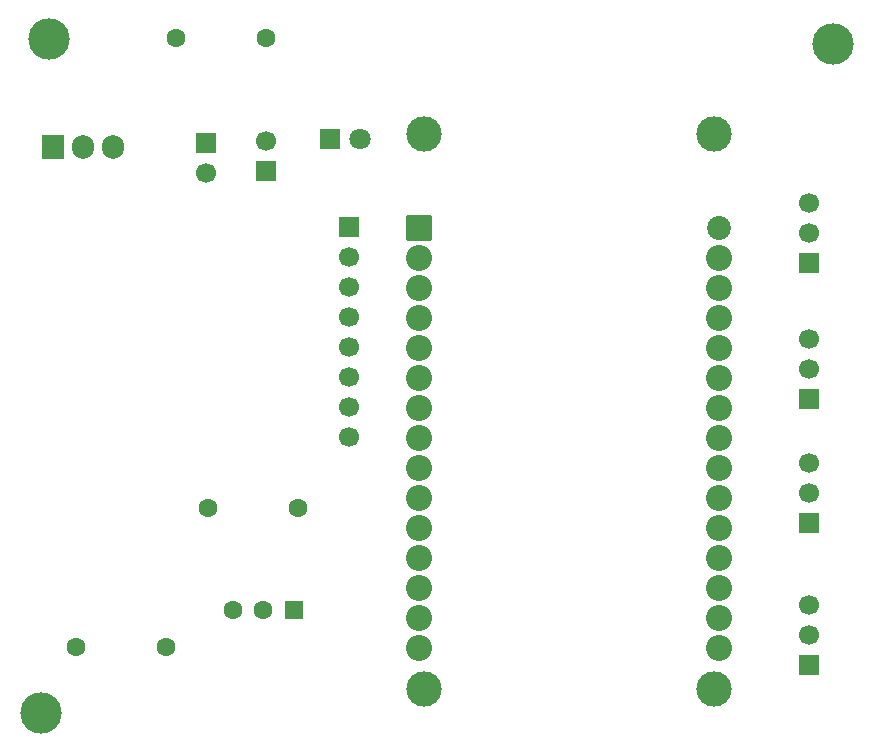
<source format=gbr>
%TF.GenerationSoftware,KiCad,Pcbnew,9.0.3*%
%TF.CreationDate,2025-07-22T12:58:59-05:00*%
%TF.ProjectId,altlas2.0,616c746c-6173-4322-9e30-2e6b69636164,rev?*%
%TF.SameCoordinates,Original*%
%TF.FileFunction,Soldermask,Top*%
%TF.FilePolarity,Negative*%
%FSLAX46Y46*%
G04 Gerber Fmt 4.6, Leading zero omitted, Abs format (unit mm)*
G04 Created by KiCad (PCBNEW 9.0.3) date 2025-07-22 12:58:59*
%MOMM*%
%LPD*%
G01*
G04 APERTURE LIST*
G04 Aperture macros list*
%AMRoundRect*
0 Rectangle with rounded corners*
0 $1 Rounding radius*
0 $2 $3 $4 $5 $6 $7 $8 $9 X,Y pos of 4 corners*
0 Add a 4 corners polygon primitive as box body*
4,1,4,$2,$3,$4,$5,$6,$7,$8,$9,$2,$3,0*
0 Add four circle primitives for the rounded corners*
1,1,$1+$1,$2,$3*
1,1,$1+$1,$4,$5*
1,1,$1+$1,$6,$7*
1,1,$1+$1,$8,$9*
0 Add four rect primitives between the rounded corners*
20,1,$1+$1,$2,$3,$4,$5,0*
20,1,$1+$1,$4,$5,$6,$7,0*
20,1,$1+$1,$6,$7,$8,$9,0*
20,1,$1+$1,$8,$9,$2,$3,0*%
G04 Aperture macros list end*
%ADD10R,1.700000X1.700000*%
%ADD11C,1.700000*%
%ADD12C,3.500000*%
%ADD13R,1.905000X2.000000*%
%ADD14O,1.905000X2.000000*%
%ADD15C,1.600000*%
%ADD16RoundRect,0.102000X0.700000X0.700000X-0.700000X0.700000X-0.700000X-0.700000X0.700000X-0.700000X0*%
%ADD17C,1.604000*%
%ADD18C,3.000000*%
%ADD19RoundRect,0.102000X-1.000000X-1.000000X1.000000X-1.000000X1.000000X1.000000X-1.000000X1.000000X0*%
%ADD20C,2.204000*%
%ADD21C,2.020000*%
%ADD22R,1.800000X1.800000*%
%ADD23C,1.800000*%
G04 APERTURE END LIST*
D10*
%TO.C,BOM*%
X105470000Y-61330000D03*
D11*
X105470000Y-63870000D03*
%TD*%
D12*
%TO.C,REF\u002A\u002A*%
X158500000Y-52950000D03*
%TD*%
D10*
%TO.C,ESC3*%
X156500000Y-93540000D03*
D11*
X156500000Y-91000000D03*
X156500000Y-88460000D03*
%TD*%
D13*
%TO.C,MOSF*%
X92440000Y-61700000D03*
D14*
X94980000Y-61700000D03*
X97520000Y-61700000D03*
%TD*%
D10*
%TO.C,ESC2*%
X156500000Y-83040000D03*
D11*
X156500000Y-80500000D03*
X156500000Y-77960000D03*
%TD*%
D15*
%TO.C,R2*%
X102000000Y-104000000D03*
X94380000Y-104000000D03*
%TD*%
%TO.C,R1*%
X102880000Y-52500000D03*
X110500000Y-52500000D03*
%TD*%
D16*
%TO.C,TRANS*%
X112894500Y-100894500D03*
D17*
X110294500Y-100894500D03*
X107694500Y-100894500D03*
%TD*%
D18*
%TO.C,ESP32*%
X123905000Y-60630000D03*
X123905000Y-107580000D03*
X148415000Y-60630000D03*
X148415000Y-107580000D03*
D19*
X123485000Y-68590000D03*
D20*
X123485000Y-71130000D03*
X123485000Y-73670000D03*
X123485000Y-76210000D03*
X123485000Y-78750000D03*
X123485000Y-81290000D03*
X123485000Y-83830000D03*
X123485000Y-86370000D03*
X123485000Y-88910000D03*
X123485000Y-91450000D03*
X123485000Y-93990000D03*
X123485000Y-96530000D03*
X123485000Y-99070000D03*
X123485000Y-101610000D03*
X123485000Y-104150000D03*
X148885000Y-104150000D03*
X148885000Y-101610000D03*
X148885000Y-99070000D03*
X148885000Y-96530000D03*
X148885000Y-93990000D03*
X148885000Y-91450000D03*
X148885000Y-88910000D03*
X148885000Y-86370000D03*
X148885000Y-83830000D03*
X148885000Y-81290000D03*
X148885000Y-78750000D03*
X148885000Y-76210000D03*
X148885000Y-73670000D03*
X148885000Y-71130000D03*
D21*
X148885000Y-68590000D03*
%TD*%
D12*
%TO.C,REF\u002A\u002A*%
X92110000Y-52530000D03*
%TD*%
D22*
%TO.C,DIO*%
X115960000Y-61000000D03*
D23*
X118500000Y-61000000D03*
%TD*%
D12*
%TO.C,REF\u002A\u002A*%
X91500000Y-109650000D03*
%TD*%
D15*
%TO.C,R3*%
X113240000Y-92260000D03*
X105620000Y-92260000D03*
%TD*%
D10*
%TO.C,9V*%
X110500000Y-63750000D03*
D11*
X110500000Y-61210000D03*
%TD*%
D10*
%TO.C,MPU*%
X117500000Y-68460000D03*
D11*
X117500000Y-71000000D03*
X117500000Y-73540000D03*
X117500000Y-76080000D03*
X117500000Y-78620000D03*
X117500000Y-81160000D03*
X117500000Y-83700000D03*
X117500000Y-86240000D03*
%TD*%
D10*
%TO.C,ESC4*%
X156500000Y-105540000D03*
D11*
X156500000Y-103000000D03*
X156500000Y-100460000D03*
%TD*%
D10*
%TO.C,ESC1*%
X156500000Y-71540000D03*
D11*
X156500000Y-69000000D03*
X156500000Y-66460000D03*
%TD*%
M02*

</source>
